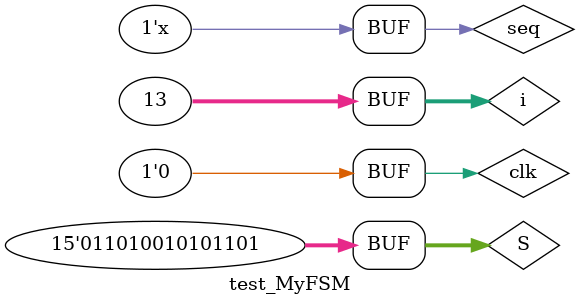
<source format=v>
`timescale 1ms/1ns

module test_MyFSM;
	reg clk;
	reg seq;
	wire out;
	reg [14:0] S = 15'b011010010101101;
	integer i = 13;
//	wire [3:0] state;
	wire [2:0] state;
	 
//	MyMooreFSM MyMooreFSM_test(.clk(clk), .seq(seq), .state_led(state), .out(out));
	MyMealyFSM MyMealyFSM_test(.clk(clk), .seq(seq), .state_led(state), .out(out));
	initial begin
		clk = 0;
		repeat (30) #5 clk = !clk;
	end
	
	initial begin
		seq = S[14];
		repeat (15) begin
			#10 seq = S[i];
			i = i - 1'd1;
		end
	end
	
//	always @(negedge clk) begin
//		seq = S[i];
//		i = i - 1'd1;
//	end
	
endmodule

</source>
